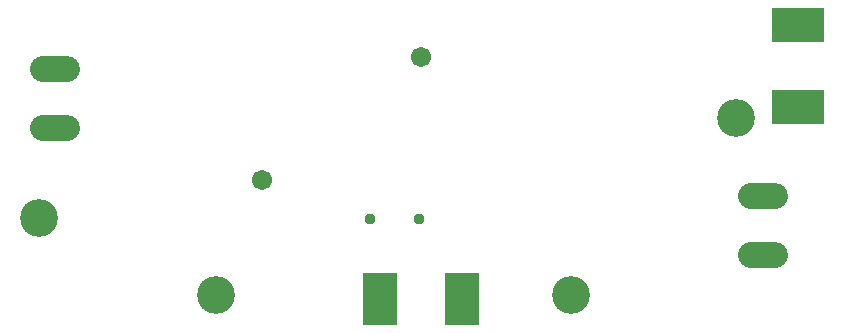
<source format=gbr>
G04 EAGLE Gerber RS-274X export*
G75*
%MOMM*%
%FSLAX34Y34*%
%LPD*%
%INSoldermask Bottom*%
%IPPOS*%
%AMOC8*
5,1,8,0,0,1.08239X$1,22.5*%
G01*
%ADD10C,3.203200*%
%ADD11R,2.870200X4.394200*%
%ADD12C,2.184400*%
%ADD13R,4.394200X2.870200*%
%ADD14C,1.703200*%
%ADD15C,0.959600*%


D10*
X50000Y100000D03*
X640000Y185000D03*
X200000Y35000D03*
X500000Y35000D03*
D11*
X408326Y31314D03*
X338434Y31314D03*
D12*
X73406Y225806D02*
X53594Y225806D01*
X53594Y175768D02*
X73406Y175768D01*
D13*
X692586Y263546D03*
X692586Y193654D03*
D12*
X672846Y68834D02*
X653034Y68834D01*
X653034Y118872D02*
X672846Y118872D01*
D14*
X238760Y132080D03*
X373380Y236220D03*
D15*
X372110Y99060D03*
X330200Y99060D03*
M02*

</source>
